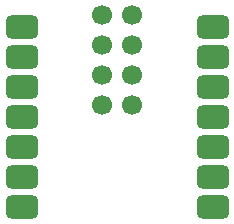
<source format=gbr>
%TF.GenerationSoftware,KiCad,Pcbnew,9.0.6*%
%TF.CreationDate,2025-12-29T20:59:13-08:00*%
%TF.ProjectId,bodycam,626f6479-6361-46d2-9e6b-696361645f70,rev?*%
%TF.SameCoordinates,Original*%
%TF.FileFunction,Paste,Top*%
%TF.FilePolarity,Positive*%
%FSLAX46Y46*%
G04 Gerber Fmt 4.6, Leading zero omitted, Abs format (unit mm)*
G04 Created by KiCad (PCBNEW 9.0.6) date 2025-12-29 20:59:13*
%MOMM*%
%LPD*%
G01*
G04 APERTURE LIST*
G04 Aperture macros list*
%AMRoundRect*
0 Rectangle with rounded corners*
0 $1 Rounding radius*
0 $2 $3 $4 $5 $6 $7 $8 $9 X,Y pos of 4 corners*
0 Add a 4 corners polygon primitive as box body*
4,1,4,$2,$3,$4,$5,$6,$7,$8,$9,$2,$3,0*
0 Add four circle primitives for the rounded corners*
1,1,$1+$1,$2,$3*
1,1,$1+$1,$4,$5*
1,1,$1+$1,$6,$7*
1,1,$1+$1,$8,$9*
0 Add four rect primitives between the rounded corners*
20,1,$1+$1,$2,$3,$4,$5,0*
20,1,$1+$1,$4,$5,$6,$7,0*
20,1,$1+$1,$6,$7,$8,$9,0*
20,1,$1+$1,$8,$9,$2,$3,0*%
G04 Aperture macros list end*
%ADD10RoundRect,0.500000X-0.875000X-0.500000X0.875000X-0.500000X0.875000X0.500000X-0.875000X0.500000X0*%
%ADD11C,1.700000*%
G04 APERTURE END LIST*
D10*
%TO.C,U2*%
X207335000Y-73000000D03*
X207335000Y-75540000D03*
X207335000Y-78080000D03*
X207335000Y-80620000D03*
X207335000Y-83160000D03*
X207335000Y-85700000D03*
X207335000Y-88240000D03*
X223500000Y-88240000D03*
X223500000Y-85700000D03*
X223500000Y-83160000D03*
X223500000Y-80620000D03*
X223500000Y-78080000D03*
X223500000Y-75540000D03*
X223500000Y-73000000D03*
D11*
X214120000Y-71988000D03*
X216660000Y-71988000D03*
X214120000Y-74528000D03*
X216660000Y-74528000D03*
X214120000Y-77068000D03*
X216660000Y-77068000D03*
X214120000Y-79608000D03*
X216660000Y-79608000D03*
%TD*%
M02*

</source>
